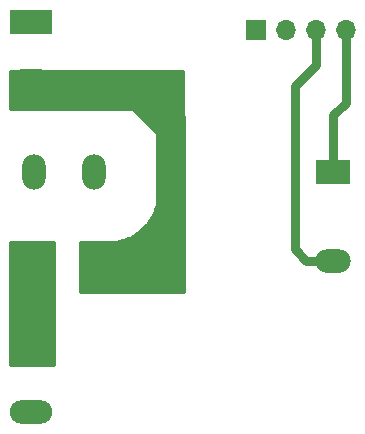
<source format=gbr>
G04 #@! TF.GenerationSoftware,KiCad,Pcbnew,(5.0.1-dev-70-gb7b125d83)*
G04 #@! TF.CreationDate,2018-10-10T22:00:42+02:00*
G04 #@! TF.ProjectId,relay-board,72656C61792D626F6172642E6B696361,rev?*
G04 #@! TF.SameCoordinates,Original*
G04 #@! TF.FileFunction,Copper,L2,Bot,Signal*
G04 #@! TF.FilePolarity,Positive*
%FSLAX46Y46*%
G04 Gerber Fmt 4.6, Leading zero omitted, Abs format (unit mm)*
G04 Created by KiCad (PCBNEW (5.0.1-dev-70-gb7b125d83)) date 10/10/18 22:00:42*
%MOMM*%
%LPD*%
G01*
G04 APERTURE LIST*
G04 #@! TA.AperFunction,ComponentPad*
%ADD10R,3.600000X2.000000*%
G04 #@! TD*
G04 #@! TA.AperFunction,ComponentPad*
%ADD11O,3.600000X2.000000*%
G04 #@! TD*
G04 #@! TA.AperFunction,ComponentPad*
%ADD12R,1.700000X1.700000*%
G04 #@! TD*
G04 #@! TA.AperFunction,ComponentPad*
%ADD13O,1.700000X1.700000*%
G04 #@! TD*
G04 #@! TA.AperFunction,ComponentPad*
%ADD14R,3.000000X2.000000*%
G04 #@! TD*
G04 #@! TA.AperFunction,ComponentPad*
%ADD15O,3.000000X2.000000*%
G04 #@! TD*
G04 #@! TA.AperFunction,ComponentPad*
%ADD16O,2.000000X3.000000*%
G04 #@! TD*
G04 #@! TA.AperFunction,Conductor*
%ADD17C,0.800000*%
G04 #@! TD*
G04 #@! TA.AperFunction,Conductor*
%ADD18C,2.500000*%
G04 #@! TD*
G04 #@! TA.AperFunction,Conductor*
%ADD19C,0.254000*%
G04 #@! TD*
G04 APERTURE END LIST*
D10*
G04 #@! TO.P,J1,1*
G04 #@! TO.N,/N_in*
X78200000Y-77300000D03*
D11*
G04 #@! TO.P,J1,2*
G04 #@! TO.N,/L_in*
X78200000Y-82300000D03*
G04 #@! TD*
G04 #@! TO.P,J2,2*
G04 #@! TO.N,/N_out*
X78200000Y-110300000D03*
D10*
G04 #@! TO.P,J2,1*
G04 #@! TO.N,/L_out*
X78200000Y-105300000D03*
G04 #@! TD*
D12*
G04 #@! TO.P,J3,1*
G04 #@! TO.N,GND*
X97250000Y-78000000D03*
D13*
G04 #@! TO.P,J3,2*
G04 #@! TO.N,Net-(J3-Pad2)*
X99790000Y-78000000D03*
G04 #@! TO.P,J3,3*
G04 #@! TO.N,+5V*
X102330000Y-78000000D03*
G04 #@! TO.P,J3,4*
G04 #@! TO.N,/~R*
X104870000Y-78000000D03*
G04 #@! TD*
D14*
G04 #@! TO.P,K1,A1*
G04 #@! TO.N,/~R*
X103800000Y-90000000D03*
D15*
G04 #@! TO.P,K1,A2*
G04 #@! TO.N,+5V*
X103800000Y-97500000D03*
D16*
G04 #@! TO.P,K1,11*
G04 #@! TO.N,/N_in*
X83500000Y-90000000D03*
G04 #@! TO.P,K1,24*
G04 #@! TO.N,/L_out*
X78460000Y-97500000D03*
G04 #@! TO.P,K1,21*
G04 #@! TO.N,/L_in*
X83500000Y-97500000D03*
G04 #@! TO.P,K1,14*
G04 #@! TO.N,/N_out*
X78460000Y-90000000D03*
G04 #@! TD*
D17*
G04 #@! TO.N,+5V*
X101500000Y-97500000D02*
X100500000Y-96500000D01*
X103800000Y-97500000D02*
X101500000Y-97500000D01*
X100500000Y-96500000D02*
X100500000Y-82750000D01*
X102330000Y-80920000D02*
X102330000Y-78000000D01*
X100500000Y-82750000D02*
X102330000Y-80920000D01*
G04 #@! TO.N,/~R*
X103800000Y-90000000D02*
X103800000Y-85200000D01*
X104870000Y-84130000D02*
X104870000Y-78000000D01*
X103800000Y-85200000D02*
X104870000Y-84130000D01*
D18*
G04 #@! TO.N,/L_in*
X87000000Y-97500000D02*
X83500000Y-97500000D01*
X90000000Y-94500000D02*
X87000000Y-97500000D01*
X90000000Y-85500000D02*
X90000000Y-94500000D01*
G04 #@! TO.N,/L_out*
X78460000Y-97500000D02*
X78460000Y-105040000D01*
G04 #@! TD*
D19*
G04 #@! TO.N,/L_out*
G36*
X80123000Y-106373000D02*
X76452000Y-106373000D01*
X76452000Y-95952000D01*
X80123000Y-95952000D01*
X80123000Y-106373000D01*
X80123000Y-106373000D01*
G37*
X80123000Y-106373000D02*
X76452000Y-106373000D01*
X76452000Y-95952000D01*
X80123000Y-95952000D01*
X80123000Y-106373000D01*
G04 #@! TO.N,/L_in*
G36*
X91122664Y-100123000D02*
X82377000Y-100123000D01*
X82377000Y-95952000D01*
X84868384Y-95952000D01*
X84921166Y-95941501D01*
X85388105Y-95899828D01*
X85435981Y-95889870D01*
X85484813Y-95887225D01*
X85629675Y-95852981D01*
X86294668Y-95651574D01*
X86354390Y-95625606D01*
X86416871Y-95607217D01*
X86549970Y-95540566D01*
X87150794Y-95191580D01*
X87202947Y-95152565D01*
X87259516Y-95120298D01*
X87373701Y-95024824D01*
X87373712Y-95024816D01*
X87373716Y-95024811D01*
X87878136Y-94546971D01*
X87919911Y-94497008D01*
X87967543Y-94452591D01*
X88056711Y-94333398D01*
X88437679Y-93752326D01*
X88466842Y-93694088D01*
X88502976Y-93639908D01*
X88562332Y-93503400D01*
X88799406Y-92850271D01*
X88814389Y-92786890D01*
X88837090Y-92725847D01*
X88863450Y-92579345D01*
X88938323Y-91937145D01*
X88952000Y-91868384D01*
X88952000Y-88131616D01*
X88924610Y-87993914D01*
X88877000Y-87754562D01*
X88877000Y-86750000D01*
X88867333Y-86701399D01*
X88839803Y-86660197D01*
X86839803Y-84660197D01*
X86798601Y-84632667D01*
X86750000Y-84623000D01*
X76427000Y-84623000D01*
X76427000Y-81427000D01*
X91073334Y-81427000D01*
X91122664Y-100123000D01*
X91122664Y-100123000D01*
G37*
X91122664Y-100123000D02*
X82377000Y-100123000D01*
X82377000Y-95952000D01*
X84868384Y-95952000D01*
X84921166Y-95941501D01*
X85388105Y-95899828D01*
X85435981Y-95889870D01*
X85484813Y-95887225D01*
X85629675Y-95852981D01*
X86294668Y-95651574D01*
X86354390Y-95625606D01*
X86416871Y-95607217D01*
X86549970Y-95540566D01*
X87150794Y-95191580D01*
X87202947Y-95152565D01*
X87259516Y-95120298D01*
X87373701Y-95024824D01*
X87373712Y-95024816D01*
X87373716Y-95024811D01*
X87878136Y-94546971D01*
X87919911Y-94497008D01*
X87967543Y-94452591D01*
X88056711Y-94333398D01*
X88437679Y-93752326D01*
X88466842Y-93694088D01*
X88502976Y-93639908D01*
X88562332Y-93503400D01*
X88799406Y-92850271D01*
X88814389Y-92786890D01*
X88837090Y-92725847D01*
X88863450Y-92579345D01*
X88938323Y-91937145D01*
X88952000Y-91868384D01*
X88952000Y-88131616D01*
X88924610Y-87993914D01*
X88877000Y-87754562D01*
X88877000Y-86750000D01*
X88867333Y-86701399D01*
X88839803Y-86660197D01*
X86839803Y-84660197D01*
X86798601Y-84632667D01*
X86750000Y-84623000D01*
X76427000Y-84623000D01*
X76427000Y-81427000D01*
X91073334Y-81427000D01*
X91122664Y-100123000D01*
G04 #@! TD*
M02*

</source>
